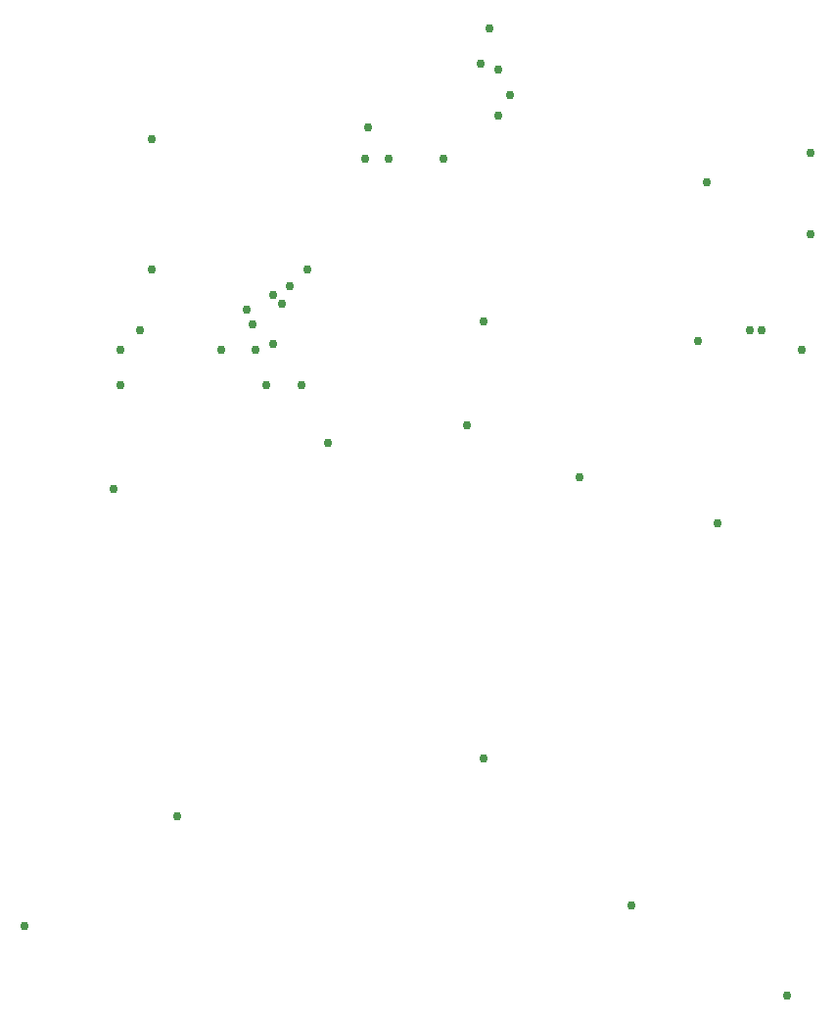
<source format=gbr>
G04 EAGLE Gerber RS-274X export*
G75*
%MOMM*%
%FSLAX34Y34*%
%LPD*%
%INVias*%
%IPPOS*%
%AMOC8*
5,1,8,0,0,1.08239X$1,22.5*%
G01*
%ADD10C,0.756400*%


D10*
X300000Y720000D03*
X390000Y650000D03*
X360000Y650000D03*
X610000Y870000D03*
X670000Y540000D03*
X435000Y720000D03*
X485000Y815000D03*
X505000Y815000D03*
X290000Y667500D03*
X772500Y657500D03*
X399459Y619459D03*
X430000Y620000D03*
X273568Y650000D03*
X273568Y620000D03*
X870000Y750000D03*
X870000Y820000D03*
X387500Y672500D03*
X405000Y655000D03*
X862500Y650000D03*
X382500Y685000D03*
X850000Y92500D03*
X322500Y247500D03*
X715000Y170000D03*
X587500Y297500D03*
X600000Y892500D03*
X780000Y795000D03*
X552500Y815000D03*
X300000Y832500D03*
X452500Y570000D03*
X487500Y842500D03*
X572500Y585000D03*
X600000Y852500D03*
X827500Y667500D03*
X420000Y705000D03*
X412500Y690000D03*
X587500Y675000D03*
X592500Y927500D03*
X817500Y667500D03*
X405000Y697500D03*
X585000Y897500D03*
X790000Y500000D03*
X267500Y530000D03*
X190000Y152500D03*
M02*

</source>
